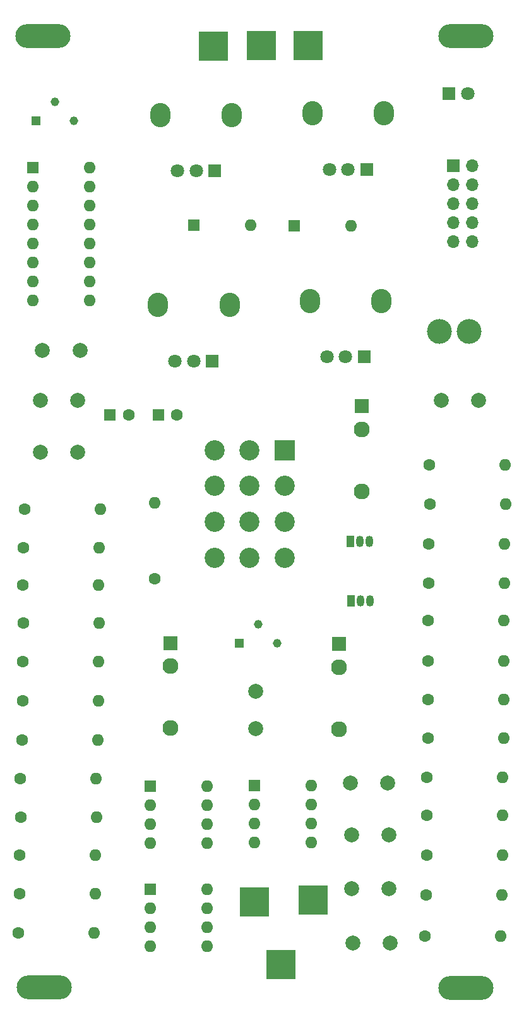
<source format=gbr>
%TF.GenerationSoftware,KiCad,Pcbnew,5.1.7*%
%TF.CreationDate,2020-11-10T17:44:51+01:00*%
%TF.ProjectId,AS3310-ADSR,41533333-3130-42d4-9144-53522e6b6963,1*%
%TF.SameCoordinates,Original*%
%TF.FileFunction,Soldermask,Top*%
%TF.FilePolarity,Negative*%
%FSLAX46Y46*%
G04 Gerber Fmt 4.6, Leading zero omitted, Abs format (unit mm)*
G04 Created by KiCad (PCBNEW 5.1.7) date 2020-11-10 17:44:51*
%MOMM*%
%LPD*%
G01*
G04 APERTURE LIST*
%ADD10C,3.320000*%
%ADD11C,1.168000*%
%ADD12R,1.168000X1.168000*%
%ADD13C,1.600000*%
%ADD14R,1.600000X1.600000*%
%ADD15O,7.400000X3.200000*%
%ADD16C,2.130000*%
%ADD17R,1.930000X1.830000*%
%ADD18R,4.000000X4.000000*%
%ADD19C,2.700000*%
%ADD20R,2.700000X2.700000*%
%ADD21O,1.600000X1.600000*%
%ADD22C,1.800000*%
%ADD23R,1.800000X1.800000*%
%ADD24O,2.720000X3.240000*%
%ADD25R,1.050000X1.500000*%
%ADD26O,1.050000X1.500000*%
%ADD27O,1.700000X1.700000*%
%ADD28R,1.700000X1.700000*%
%ADD29C,2.000000*%
G04 APERTURE END LIST*
D10*
%TO.C,SW2*%
X141300000Y-75190000D03*
X145300000Y-75190000D03*
%TD*%
D11*
%TO.C,RV6*%
X89680000Y-44490000D03*
X92220000Y-47030000D03*
D12*
X87140000Y-47030000D03*
%TD*%
D11*
%TO.C,RV5*%
X117010000Y-114440000D03*
X119550000Y-116980000D03*
D12*
X114470000Y-116980000D03*
%TD*%
D13*
%TO.C,C10*%
X106070000Y-86350000D03*
D14*
X103570000Y-86350000D03*
%TD*%
D13*
%TO.C,C9*%
X99620000Y-86350000D03*
D14*
X97120000Y-86350000D03*
%TD*%
D15*
%TO.C,TOP_RIGHT_MOUNT*%
X144870000Y-35670000D03*
%TD*%
%TO.C,TOP_LEFT_MOUNT*%
X88080000Y-35710000D03*
%TD*%
%TO.C,BOTTOM_LEFT_MOUNT*%
X88320000Y-162980000D03*
%TD*%
%TO.C,BOTTOM_RIGHT_MOUNT*%
X144820000Y-163060000D03*
%TD*%
D16*
%TO.C,J3*%
X105180000Y-128320000D03*
D17*
X105180000Y-116920000D03*
D16*
X105180000Y-120020000D03*
%TD*%
D18*
%TO.C,TP6*%
X123710000Y-36950000D03*
%TD*%
%TO.C,TP5*%
X117450000Y-36950000D03*
%TD*%
%TO.C,TP4*%
X110950000Y-37070000D03*
%TD*%
D19*
%TO.C,S1*%
X120510000Y-105510000D03*
X120510000Y-100710000D03*
D20*
X120510000Y-91110000D03*
D19*
X120510000Y-95910000D03*
X111110000Y-105510000D03*
X111110000Y-100710000D03*
X111110000Y-91110000D03*
X111110000Y-95910000D03*
X115810000Y-105510000D03*
X115810000Y-100710000D03*
X115810000Y-91110000D03*
X115810000Y-95910000D03*
%TD*%
D13*
%TO.C,R26*%
X139370000Y-156140000D03*
D21*
X149530000Y-156140000D03*
%TD*%
D22*
%TO.C,D3*%
X145090000Y-43350000D03*
D23*
X142550000Y-43350000D03*
%TD*%
D21*
%TO.C,U4*%
X110100000Y-136130000D03*
X102480000Y-143750000D03*
X110100000Y-138670000D03*
X102480000Y-141210000D03*
X110100000Y-141210000D03*
X102480000Y-138670000D03*
X110100000Y-143750000D03*
D14*
X102480000Y-136130000D03*
%TD*%
D21*
%TO.C,U3*%
X124090000Y-135970000D03*
X116470000Y-143590000D03*
X124090000Y-138510000D03*
X116470000Y-141050000D03*
X124090000Y-141050000D03*
X116470000Y-138510000D03*
X124090000Y-143590000D03*
D14*
X116470000Y-135970000D03*
%TD*%
D21*
%TO.C,U2*%
X94400000Y-53300000D03*
X86780000Y-71080000D03*
X94400000Y-55840000D03*
X86780000Y-68540000D03*
X94400000Y-58380000D03*
X86780000Y-66000000D03*
X94400000Y-60920000D03*
X86780000Y-63460000D03*
X94400000Y-63460000D03*
X86780000Y-60920000D03*
X94400000Y-66000000D03*
X86780000Y-58380000D03*
X94400000Y-68540000D03*
X86780000Y-55840000D03*
X94400000Y-71080000D03*
D14*
X86780000Y-53300000D03*
%TD*%
D21*
%TO.C,U1*%
X110140000Y-149880000D03*
X102520000Y-157500000D03*
X110140000Y-152420000D03*
X102520000Y-154960000D03*
X110140000Y-154960000D03*
X102520000Y-152420000D03*
X110140000Y-157500000D03*
D14*
X102520000Y-149880000D03*
%TD*%
D18*
%TO.C,TP3*%
X124330000Y-151300000D03*
%TD*%
%TO.C,TP2*%
X120010000Y-159960000D03*
%TD*%
%TO.C,TP1*%
X116480000Y-151550000D03*
%TD*%
D24*
%TO.C,RV4*%
X133510000Y-71130000D03*
X123910000Y-71130000D03*
D22*
X126210000Y-78630000D03*
X128710000Y-78630000D03*
D23*
X131210000Y-78630000D03*
%TD*%
D24*
%TO.C,RV3*%
X133840000Y-46030000D03*
X124240000Y-46030000D03*
D22*
X126540000Y-53530000D03*
X129040000Y-53530000D03*
D23*
X131540000Y-53530000D03*
%TD*%
D24*
%TO.C,RV2*%
X113470000Y-46250000D03*
X103870000Y-46250000D03*
D22*
X106170000Y-53750000D03*
X108670000Y-53750000D03*
D23*
X111170000Y-53750000D03*
%TD*%
D24*
%TO.C,RV1*%
X113140000Y-71690000D03*
X103540000Y-71690000D03*
D22*
X105840000Y-79190000D03*
X108340000Y-79190000D03*
D23*
X110840000Y-79190000D03*
%TD*%
D13*
%TO.C,R25*%
X139470000Y-150690000D03*
D21*
X149630000Y-150690000D03*
%TD*%
D13*
%TO.C,R24*%
X139630000Y-145350000D03*
D21*
X149790000Y-145350000D03*
%TD*%
D13*
%TO.C,R23*%
X139570000Y-140020000D03*
D21*
X149730000Y-140020000D03*
%TD*%
D13*
%TO.C,R22*%
X139620000Y-134890000D03*
D21*
X149780000Y-134890000D03*
%TD*%
D13*
%TO.C,R21*%
X139780000Y-129630000D03*
D21*
X149940000Y-129630000D03*
%TD*%
D13*
%TO.C,R20*%
X139780000Y-124490000D03*
D21*
X149940000Y-124490000D03*
%TD*%
D13*
%TO.C,R19*%
X139780000Y-119300000D03*
D21*
X149940000Y-119300000D03*
%TD*%
D13*
%TO.C,R18*%
X139780000Y-113940000D03*
D21*
X149940000Y-113940000D03*
%TD*%
D13*
%TO.C,R17*%
X139870000Y-108940000D03*
D21*
X150030000Y-108940000D03*
%TD*%
D13*
%TO.C,R16*%
X139870000Y-103660000D03*
D21*
X150030000Y-103660000D03*
%TD*%
D13*
%TO.C,R15*%
X140000000Y-98310000D03*
D21*
X150160000Y-98310000D03*
%TD*%
D13*
%TO.C,R14*%
X139960000Y-93120000D03*
D21*
X150120000Y-93120000D03*
%TD*%
D13*
%TO.C,R13*%
X103110000Y-108310000D03*
D21*
X103110000Y-98150000D03*
%TD*%
D13*
%TO.C,R12*%
X84830000Y-155750000D03*
D21*
X94990000Y-155750000D03*
%TD*%
D13*
%TO.C,R11*%
X85020000Y-150510000D03*
D21*
X95180000Y-150510000D03*
%TD*%
D13*
%TO.C,R10*%
X85020000Y-145300000D03*
D21*
X95180000Y-145300000D03*
%TD*%
D13*
%TO.C,R9*%
X85150000Y-140210000D03*
D21*
X95310000Y-140210000D03*
%TD*%
D13*
%TO.C,R8*%
X85090000Y-135110000D03*
D21*
X95250000Y-135110000D03*
%TD*%
D13*
%TO.C,R7*%
X85280000Y-129910000D03*
D21*
X95440000Y-129910000D03*
%TD*%
D13*
%TO.C,R6*%
X85400000Y-124620000D03*
D21*
X95560000Y-124620000D03*
%TD*%
D13*
%TO.C,R5*%
X85440000Y-119390000D03*
D21*
X95600000Y-119390000D03*
%TD*%
D13*
%TO.C,R4*%
X85470000Y-114240000D03*
D21*
X95630000Y-114240000D03*
%TD*%
D13*
%TO.C,R3*%
X85400000Y-109180000D03*
D21*
X95560000Y-109180000D03*
%TD*%
D13*
%TO.C,R2*%
X85480000Y-104170000D03*
D21*
X95640000Y-104170000D03*
%TD*%
D13*
%TO.C,R1*%
X85630000Y-99020000D03*
D21*
X95790000Y-99020000D03*
%TD*%
D25*
%TO.C,Q2*%
X129450000Y-111290000D03*
D26*
X131990000Y-111290000D03*
X130720000Y-111290000D03*
%TD*%
D25*
%TO.C,Q1*%
X129360000Y-103310000D03*
D26*
X131900000Y-103310000D03*
X130630000Y-103310000D03*
%TD*%
D16*
%TO.C,J4*%
X130880000Y-96610000D03*
D17*
X130880000Y-85210000D03*
D16*
X130880000Y-88310000D03*
%TD*%
D27*
%TO.C,J2*%
X145680000Y-63170000D03*
X143140000Y-63170000D03*
X145680000Y-60630000D03*
X143140000Y-60630000D03*
X145680000Y-58090000D03*
X143140000Y-58090000D03*
X145680000Y-55550000D03*
X143140000Y-55550000D03*
X145680000Y-53010000D03*
D28*
X143140000Y-53010000D03*
%TD*%
D16*
%TO.C,J1*%
X127800000Y-128480000D03*
D17*
X127800000Y-117080000D03*
D16*
X127800000Y-120180000D03*
%TD*%
D21*
%TO.C,D2*%
X129460000Y-61090000D03*
D14*
X121840000Y-61090000D03*
%TD*%
D21*
%TO.C,D1*%
X115990000Y-61020000D03*
D14*
X108370000Y-61020000D03*
%TD*%
D29*
%TO.C,C11*%
X141570000Y-84480000D03*
X146570000Y-84480000D03*
%TD*%
%TO.C,C8*%
X134540000Y-149800000D03*
X129540000Y-149800000D03*
%TD*%
%TO.C,C7*%
X134490000Y-142630000D03*
X129490000Y-142630000D03*
%TD*%
%TO.C,C6*%
X92810000Y-91370000D03*
X87810000Y-91370000D03*
%TD*%
%TO.C,C5*%
X92810000Y-84430000D03*
X87810000Y-84430000D03*
%TD*%
%TO.C,C4*%
X134680000Y-157050000D03*
X129680000Y-157050000D03*
%TD*%
%TO.C,C3*%
X93070000Y-77750000D03*
X88070000Y-77750000D03*
%TD*%
%TO.C,C2*%
X134380000Y-135660000D03*
X129380000Y-135660000D03*
%TD*%
%TO.C,C1*%
X116660000Y-123380000D03*
X116660000Y-128380000D03*
%TD*%
M02*

</source>
